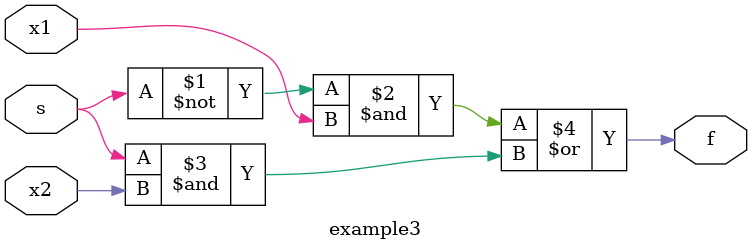
<source format=v>
module example3 (x1, x2, s, f);
	input x1, x2, s;
	output f;

	assign f = (~s & x1) | (s & x2);

endmodule
</source>
